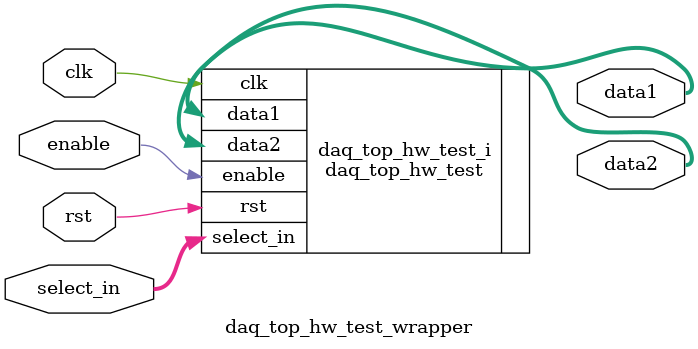
<source format=v>
`timescale 1 ps / 1 ps

module daq_top_hw_test_wrapper
   (clk,
    data1,
    data2,
    enable,
    rst,
    select_in);
  input clk;
  output [11:0]data1;
  output [11:0]data2;
  input enable;
  input rst;
  input [1:0]select_in;

  wire clk;
  wire [11:0]data1;
  wire [11:0]data2;
  wire enable;
  wire rst;
  wire [1:0]select_in;

  daq_top_hw_test daq_top_hw_test_i
       (.clk(clk),
        .data1(data1),
        .data2(data2),
        .enable(enable),
        .rst(rst),
        .select_in(select_in));
endmodule

</source>
